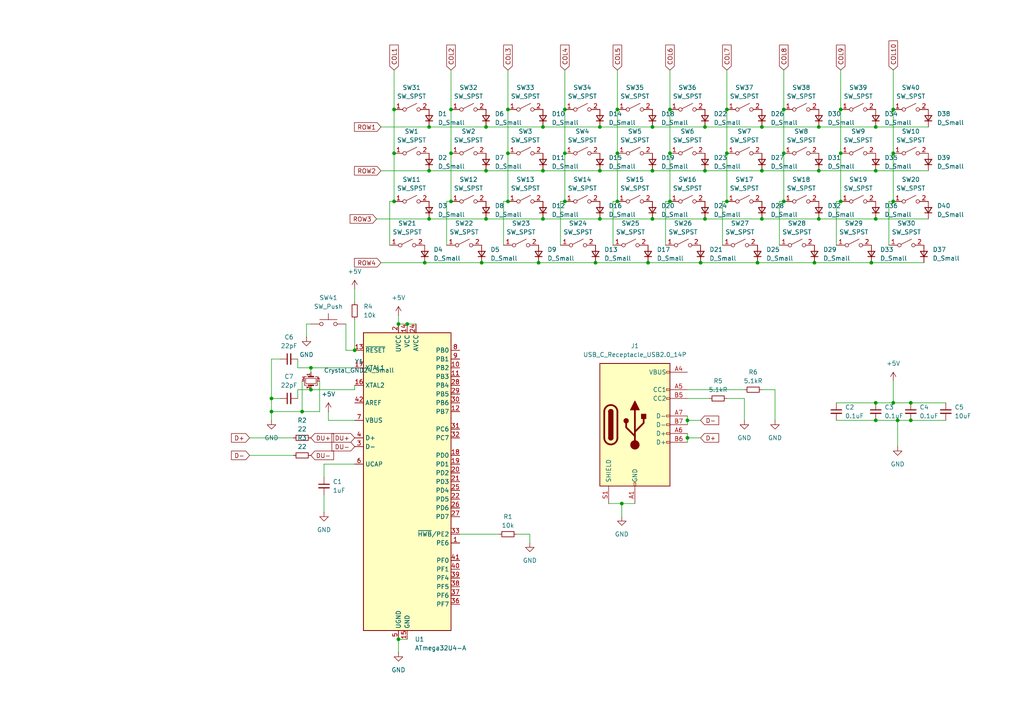
<source format=kicad_sch>
(kicad_sch (version 20231120) (generator "eeschema") (generator_version "8.0")
  (paper "A4")
  (junction (at 157.48 63.5))
  (junction (at 78.74 119.38))
  (junction (at 157.48 49.53))
  (junction (at 243.84 58.42))
  (junction (at 173.99 36.83))
  (junction (at 220.98 49.53))
  (junction (at 204.47 63.5))
  (junction (at 90.17 113.03))
  (junction (at 210.82 44.45))
  (junction (at 189.23 49.53))
  (junction (at 227.33 31.75))
  (junction (at 259.08 44.45))
  (junction (at 243.84 44.45))
  (junction (at 147.32 44.45))
  (junction (at 147.32 31.75))
  (junction (at 124.46 63.5))
  (junction (at 124.46 36.83))
  (junction (at 254 63.5))
  (junction (at 237.49 36.83))
  (junction (at 264.16 116.84))
  (junction (at 236.22 76.2))
  (junction (at 194.31 31.75))
  (junction (at 124.46 49.53))
  (junction (at 140.97 63.5))
  (junction (at 163.83 31.75))
  (junction (at 130.81 31.75))
  (junction (at 220.98 63.5))
  (junction (at 259.08 31.75))
  (junction (at 118.11 93.98))
  (junction (at 210.82 31.75))
  (junction (at 179.07 44.45))
  (junction (at 90.17 106.68))
  (junction (at 260.35 121.92))
  (junction (at 180.34 146.05))
  (junction (at 173.99 63.5))
  (junction (at 147.32 58.42))
  (junction (at 130.81 58.42))
  (junction (at 140.97 49.53))
  (junction (at 199.39 121.92))
  (junction (at 237.49 63.5))
  (junction (at 130.81 44.45))
  (junction (at 203.2 76.2))
  (junction (at 114.3 31.75))
  (junction (at 220.98 36.83))
  (junction (at 219.71 76.2))
  (junction (at 199.39 127))
  (junction (at 179.07 58.42))
  (junction (at 254 36.83))
  (junction (at 163.83 58.42))
  (junction (at 227.33 58.42))
  (junction (at 123.19 76.2))
  (junction (at 259.08 116.84))
  (junction (at 115.57 93.98))
  (junction (at 243.84 31.75))
  (junction (at 227.33 44.45))
  (junction (at 173.99 49.53))
  (junction (at 194.31 44.45))
  (junction (at 259.08 58.42))
  (junction (at 210.82 58.42))
  (junction (at 172.72 76.2))
  (junction (at 114.3 58.42))
  (junction (at 179.07 31.75))
  (junction (at 189.23 36.83))
  (junction (at 204.47 49.53))
  (junction (at 264.16 121.92))
  (junction (at 157.48 36.83))
  (junction (at 189.23 63.5))
  (junction (at 87.63 119.38))
  (junction (at 187.96 76.2))
  (junction (at 254 116.84))
  (junction (at 254 121.92))
  (junction (at 140.97 36.83))
  (junction (at 139.7 76.2))
  (junction (at 78.74 115.57))
  (junction (at 114.3 44.45))
  (junction (at 204.47 36.83))
  (junction (at 115.57 185.42))
  (junction (at 194.31 58.42))
  (junction (at 163.83 44.45))
  (junction (at 254 49.53))
  (junction (at 237.49 49.53))
  (junction (at 156.21 76.2))
  (junction (at 252.73 76.2))
  (junction (at 102.87 101.6))
  (wire (pts (xy 236.22 76.2) (xy 252.73 76.2)))
  (wire (pts (xy 227.33 44.45) (xy 227.33 58.42)))
  (wire (pts (xy 147.32 44.45) (xy 147.32 58.42)))
  (wire (pts (xy 87.63 110.49) (xy 87.63 119.38)))
  (wire (pts (xy 264.16 121.92) (xy 274.32 121.92)))
  (wire (pts (xy 173.99 63.5) (xy 189.23 63.5)))
  (wire (pts (xy 124.46 36.83) (xy 140.97 36.83)))
  (wire (pts (xy 194.31 31.75) (xy 194.31 44.45)))
  (wire (pts (xy 259.08 116.84) (xy 264.16 116.84)))
  (wire (pts (xy 110.49 49.53) (xy 124.46 49.53)))
  (wire (pts (xy 209.55 58.42) (xy 209.55 71.12)))
  (wire (pts (xy 147.32 31.75) (xy 147.32 44.45)))
  (wire (pts (xy 204.47 63.5) (xy 220.98 63.5)))
  (wire (pts (xy 87.63 119.38) (xy 78.74 119.38)))
  (wire (pts (xy 179.07 58.42) (xy 177.8 58.42)))
  (wire (pts (xy 157.48 36.83) (xy 173.99 36.83)))
  (wire (pts (xy 123.19 76.2) (xy 139.7 76.2)))
  (wire (pts (xy 237.49 49.53) (xy 254 49.53)))
  (wire (pts (xy 124.46 63.5) (xy 140.97 63.5)))
  (wire (pts (xy 102.87 92.71) (xy 102.87 101.6)))
  (wire (pts (xy 110.49 36.83) (xy 124.46 36.83)))
  (wire (pts (xy 199.39 125.73) (xy 199.39 127)))
  (wire (pts (xy 243.84 31.75) (xy 243.84 44.45)))
  (wire (pts (xy 203.2 76.2) (xy 219.71 76.2)))
  (wire (pts (xy 78.74 119.38) (xy 78.74 121.92)))
  (wire (pts (xy 163.83 44.45) (xy 163.83 58.42)))
  (wire (pts (xy 179.07 20.32) (xy 179.07 31.75)))
  (wire (pts (xy 146.05 58.42) (xy 146.05 71.12)))
  (wire (pts (xy 118.11 93.98) (xy 120.65 93.98)))
  (wire (pts (xy 220.98 49.53) (xy 237.49 49.53)))
  (wire (pts (xy 257.81 58.42) (xy 257.81 71.12)))
  (wire (pts (xy 78.74 115.57) (xy 81.28 115.57)))
  (wire (pts (xy 129.54 58.42) (xy 129.54 71.12)))
  (wire (pts (xy 237.49 63.5) (xy 254 63.5)))
  (wire (pts (xy 93.98 134.62) (xy 93.98 138.43)))
  (wire (pts (xy 86.36 106.68) (xy 90.17 106.68)))
  (wire (pts (xy 110.49 76.2) (xy 123.19 76.2)))
  (wire (pts (xy 113.03 58.42) (xy 113.03 71.12)))
  (wire (pts (xy 180.34 146.05) (xy 180.34 149.86)))
  (wire (pts (xy 199.39 113.03) (xy 215.9 113.03)))
  (wire (pts (xy 194.31 58.42) (xy 193.04 58.42)))
  (wire (pts (xy 180.34 146.05) (xy 184.15 146.05)))
  (wire (pts (xy 72.39 132.08) (xy 85.09 132.08)))
  (wire (pts (xy 139.7 76.2) (xy 156.21 76.2)))
  (wire (pts (xy 189.23 49.53) (xy 204.47 49.53)))
  (wire (pts (xy 226.06 58.42) (xy 226.06 71.12)))
  (wire (pts (xy 140.97 36.83) (xy 157.48 36.83)))
  (wire (pts (xy 220.98 113.03) (xy 224.79 113.03)))
  (wire (pts (xy 259.08 31.75) (xy 259.08 44.45)))
  (wire (pts (xy 124.46 49.53) (xy 140.97 49.53)))
  (wire (pts (xy 90.17 93.98) (xy 88.9 93.98)))
  (wire (pts (xy 78.74 104.14) (xy 78.74 115.57)))
  (wire (pts (xy 260.35 121.92) (xy 264.16 121.92)))
  (wire (pts (xy 210.82 58.42) (xy 209.55 58.42)))
  (wire (pts (xy 93.98 143.51) (xy 93.98 148.59)))
  (wire (pts (xy 194.31 44.45) (xy 194.31 58.42)))
  (wire (pts (xy 264.16 116.84) (xy 274.32 116.84)))
  (wire (pts (xy 193.04 58.42) (xy 193.04 71.12)))
  (wire (pts (xy 172.72 76.2) (xy 187.96 76.2)))
  (wire (pts (xy 177.8 58.42) (xy 177.8 71.12)))
  (wire (pts (xy 254 49.53) (xy 269.24 49.53)))
  (wire (pts (xy 78.74 115.57) (xy 78.74 119.38)))
  (wire (pts (xy 187.96 76.2) (xy 203.2 76.2)))
  (wire (pts (xy 254 63.5) (xy 269.24 63.5)))
  (wire (pts (xy 243.84 58.42) (xy 242.57 58.42)))
  (wire (pts (xy 215.9 115.57) (xy 215.9 121.92)))
  (wire (pts (xy 243.84 44.45) (xy 243.84 58.42)))
  (wire (pts (xy 163.83 31.75) (xy 163.83 44.45)))
  (wire (pts (xy 109.22 63.5) (xy 124.46 63.5)))
  (wire (pts (xy 199.39 120.65) (xy 199.39 121.92)))
  (wire (pts (xy 224.79 113.03) (xy 224.79 121.92)))
  (wire (pts (xy 199.39 115.57) (xy 205.74 115.57)))
  (wire (pts (xy 259.08 58.42) (xy 257.81 58.42)))
  (wire (pts (xy 259.08 110.49) (xy 259.08 116.84)))
  (wire (pts (xy 86.36 113.03) (xy 90.17 113.03)))
  (wire (pts (xy 102.87 134.62) (xy 93.98 134.62)))
  (wire (pts (xy 95.25 119.38) (xy 95.25 121.92)))
  (wire (pts (xy 254 121.92) (xy 260.35 121.92)))
  (wire (pts (xy 210.82 115.57) (xy 215.9 115.57)))
  (wire (pts (xy 173.99 36.83) (xy 189.23 36.83)))
  (wire (pts (xy 95.25 121.92) (xy 102.87 121.92)))
  (wire (pts (xy 243.84 20.32) (xy 243.84 31.75)))
  (wire (pts (xy 242.57 121.92) (xy 254 121.92)))
  (wire (pts (xy 162.56 58.42) (xy 162.56 71.12)))
  (wire (pts (xy 179.07 31.75) (xy 179.07 44.45)))
  (wire (pts (xy 210.82 20.32) (xy 210.82 31.75)))
  (wire (pts (xy 220.98 36.83) (xy 237.49 36.83)))
  (wire (pts (xy 199.39 121.92) (xy 199.39 123.19)))
  (wire (pts (xy 81.28 104.14) (xy 78.74 104.14)))
  (wire (pts (xy 260.35 121.92) (xy 260.35 129.54)))
  (wire (pts (xy 163.83 20.32) (xy 163.83 31.75)))
  (wire (pts (xy 114.3 20.32) (xy 114.3 31.75)))
  (wire (pts (xy 87.63 119.38) (xy 92.71 119.38)))
  (wire (pts (xy 102.87 113.03) (xy 102.87 111.76)))
  (wire (pts (xy 210.82 31.75) (xy 210.82 44.45)))
  (wire (pts (xy 189.23 63.5) (xy 204.47 63.5)))
  (wire (pts (xy 204.47 49.53) (xy 220.98 49.53)))
  (wire (pts (xy 86.36 115.57) (xy 86.36 113.03)))
  (wire (pts (xy 156.21 76.2) (xy 172.72 76.2)))
  (wire (pts (xy 115.57 185.42) (xy 115.57 189.23)))
  (wire (pts (xy 92.71 119.38) (xy 92.71 110.49)))
  (wire (pts (xy 254 36.83) (xy 269.24 36.83)))
  (wire (pts (xy 220.98 63.5) (xy 237.49 63.5)))
  (wire (pts (xy 227.33 20.32) (xy 227.33 31.75)))
  (wire (pts (xy 102.87 83.82) (xy 102.87 87.63)))
  (wire (pts (xy 153.67 154.94) (xy 153.67 157.48)))
  (wire (pts (xy 130.81 31.75) (xy 130.81 44.45)))
  (wire (pts (xy 130.81 44.45) (xy 130.81 58.42)))
  (wire (pts (xy 88.9 93.98) (xy 88.9 97.79)))
  (wire (pts (xy 140.97 63.5) (xy 157.48 63.5)))
  (wire (pts (xy 115.57 93.98) (xy 118.11 93.98)))
  (wire (pts (xy 157.48 49.53) (xy 173.99 49.53)))
  (wire (pts (xy 114.3 44.45) (xy 114.3 58.42)))
  (wire (pts (xy 194.31 20.32) (xy 194.31 31.75)))
  (wire (pts (xy 130.81 20.32) (xy 130.81 31.75)))
  (wire (pts (xy 254 116.84) (xy 259.08 116.84)))
  (wire (pts (xy 130.81 58.42) (xy 129.54 58.42)))
  (wire (pts (xy 147.32 58.42) (xy 146.05 58.42)))
  (wire (pts (xy 157.48 63.5) (xy 173.99 63.5)))
  (wire (pts (xy 163.83 58.42) (xy 162.56 58.42)))
  (wire (pts (xy 86.36 104.14) (xy 86.36 106.68)))
  (wire (pts (xy 115.57 185.42) (xy 118.11 185.42)))
  (wire (pts (xy 242.57 58.42) (xy 242.57 71.12)))
  (wire (pts (xy 149.86 154.94) (xy 153.67 154.94)))
  (wire (pts (xy 189.23 36.83) (xy 204.47 36.83)))
  (wire (pts (xy 90.17 107.95) (xy 90.17 106.68)))
  (wire (pts (xy 90.17 113.03) (xy 102.87 113.03)))
  (wire (pts (xy 176.53 146.05) (xy 180.34 146.05)))
  (wire (pts (xy 259.08 44.45) (xy 259.08 58.42)))
  (wire (pts (xy 227.33 31.75) (xy 227.33 44.45)))
  (wire (pts (xy 227.33 58.42) (xy 226.06 58.42)))
  (wire (pts (xy 173.99 49.53) (xy 189.23 49.53)))
  (wire (pts (xy 199.39 127) (xy 199.39 128.27)))
  (wire (pts (xy 133.35 154.94) (xy 144.78 154.94)))
  (wire (pts (xy 237.49 36.83) (xy 254 36.83)))
  (wire (pts (xy 179.07 44.45) (xy 179.07 58.42)))
  (wire (pts (xy 102.87 101.6) (xy 100.33 101.6)))
  (wire (pts (xy 199.39 127) (xy 203.2 127)))
  (wire (pts (xy 199.39 121.92) (xy 203.2 121.92)))
  (wire (pts (xy 115.57 91.44) (xy 115.57 93.98)))
  (wire (pts (xy 140.97 49.53) (xy 157.48 49.53)))
  (wire (pts (xy 114.3 58.42) (xy 113.03 58.42)))
  (wire (pts (xy 242.57 116.84) (xy 254 116.84)))
  (wire (pts (xy 114.3 31.75) (xy 114.3 44.45)))
  (wire (pts (xy 100.33 101.6) (xy 100.33 93.98)))
  (wire (pts (xy 90.17 106.68) (xy 102.87 106.68)))
  (wire (pts (xy 252.73 76.2) (xy 267.97 76.2)))
  (wire (pts (xy 72.39 127) (xy 85.09 127)))
  (wire (pts (xy 204.47 36.83) (xy 220.98 36.83)))
  (wire (pts (xy 210.82 44.45) (xy 210.82 58.42)))
  (wire (pts (xy 259.08 20.32) (xy 259.08 31.75)))
  (wire (pts (xy 147.32 20.32) (xy 147.32 31.75)))
  (wire (pts (xy 219.71 76.2) (xy 236.22 76.2)))
  (global_label "COL7" (shape input) (at 210.82 20.32 90) (property "Intersheetrefs" "${INTERSHEET_REFS}" (effects (hide yes))))
  (global_label "COL4" (shape input) (at 163.83 20.32 90) (property "Intersheetrefs" "${INTERSHEET_REFS}" (effects (hide yes))))
  (global_label "COL10" (shape input) (at 259.08 20.32 90) (property "Intersheetrefs" "${INTERSHEET_REFS}" (effects (hide yes))))
  (global_label "ROW1" (shape input) (at 110.49 36.83 180) (property "Intersheetrefs" "${INTERSHEET_REFS}" (effects (hide yes))))
  (global_label "ROW3" (shape input) (at 109.22 63.5 180) (property "Intersheetrefs" "${INTERSHEET_REFS}" (effects (hide yes))))
  (global_label "ROW4" (shape input) (at 110.49 76.2 180) (property "Intersheetrefs" "${INTERSHEET_REFS}" (effects (hide yes))))
  (global_label "COL5" (shape input) (at 179.07 20.32 90) (property "Intersheetrefs" "${INTERSHEET_REFS}" (effects (hide yes))))
  (global_label "DU-" (shape input) (at 102.87 129.54 180) (property "Intersheetrefs" "${INTERSHEET_REFS}" (effects (hide yes))))
  (global_label "DU+" (shape input) (at 90.17 127 0) (property "Intersheetrefs" "${INTERSHEET_REFS}" (effects (hide yes))))
  (global_label "D+" (shape input) (at 203.2 127 0) (property "Intersheetrefs" "${INTERSHEET_REFS}" (effects (hide yes))))
  (global_label "D-" (shape input) (at 72.39 132.08 180) (property "Intersheetrefs" "${INTERSHEET_REFS}" (effects (hide yes))))
  (global_label "DU-" (shape input) (at 90.17 132.08 0) (property "Intersheetrefs" "${INTERSHEET_REFS}" (effects (hide yes))))
  (global_label "D-" (shape input) (at 203.2 121.92 0) (property "Intersheetrefs" "${INTERSHEET_REFS}" (effects (hide yes))))
  (global_label "COL2" (shape input) (at 130.81 20.32 90) (property "Intersheetrefs" "${INTERSHEET_REFS}" (effects (hide yes))))
  (global_label "COL8" (shape input) (at 227.33 20.32 90) (property "Intersheetrefs" "${INTERSHEET_REFS}" (effects (hide yes))))
  (global_label "DU+" (shape input) (at 102.87 127 180) (property "Intersheetrefs" "${INTERSHEET_REFS}" (effects (hide yes))))
  (global_label "COL3" (shape input) (at 147.32 20.32 90) (property "Intersheetrefs" "${INTERSHEET_REFS}" (effects (hide yes))))
  (global_label "COL9" (shape input) (at 243.84 20.32 90) (property "Intersheetrefs" "${INTERSHEET_REFS}" (effects (hide yes))))
  (global_label "COL6" (shape input) (at 194.31 20.32 90) (property "Intersheetrefs" "${INTERSHEET_REFS}" (effects (hide yes))))
  (global_label "D+" (shape input) (at 72.39 127 180) (property "Intersheetrefs" "${INTERSHEET_REFS}" (effects (hide yes))))
  (global_label "COL1" (shape input) (at 114.3 20.32 90) (property "Intersheetrefs" "${INTERSHEET_REFS}" (effects (hide yes))))
  (global_label "ROW2" (shape input) (at 110.49 49.53 180) (property "Intersheetrefs" "${INTERSHEET_REFS}" (effects (hide yes))))
  (symbol (lib_id "Switch:SW_SPST") (at 118.11 71.12 0) (unit 1)
    (property "Reference" "SW21" (at 118.11 64.77 0))
    (property "Value" "SW_SPST" (at 118.11 67.31 0))
    (property "Footprint" "Button_Switch_Keyboard:SW_Cherry_MX_1.00u_PCB" (effects (hide yes)))
    (property "Description" "Single Pole Single Throw (SPST) switch" (effects (hide yes)))
  )
  (symbol (lib_id "Switch:SW_SPST") (at 232.41 44.45 0) (unit 1)
    (property "Reference" "SW8" (at 232.41 38.1 0))
    (property "Value" "SW_SPST" (at 232.41 40.64 0))
    (property "Footprint" "Button_Switch_Keyboard:SW_Cherry_MX_1.00u_PCB" (effects (hide yes)))
    (property "Description" "Single Pole Single Throw (SPST) switch" (effects (hide yes)))
  )
  (symbol (lib_id "Device:C_Small") (at 93.98 140.97 0) (unit 1)
    (property "Reference" "C1" (at 96.52 139.7062 0) (effects (justify left)))
    (property "Value" "1uF" (at 96.52 142.2462 0) (effects (justify left)))
    (property "Footprint" "Capacitor_SMD:C_0805_2012Metric_Pad1.18x1.45mm_HandSolder" (effects (hide yes)))
    (property "Description" "Unpolarized capacitor, small symbol" (effects (hide yes)))
  )
  (symbol (lib_id "Device:D_Small") (at 252.73 73.66 90) (unit 1)
    (property "Reference" "D33" (at 255.27 72.3899 90) (effects (justify right)))
    (property "Value" "D_Small" (at 255.27 74.9299 90) (effects (justify right)))
    (property "Footprint" "Diode_SMD:D_SOD-123" (effects (hide yes)))
    (property "Description" "Diode, small symbol" (effects (hide yes)))
    (property "Sim.Device" "D" (effects (hide yes)))
    (property "Sim.Pins" "1=K 2=A" (effects (hide yes)))
  )
  (symbol (lib_id "Switch:SW_SPST") (at 168.91 44.45 0) (unit 1)
    (property "Reference" "SW4" (at 168.91 38.1 0))
    (property "Value" "SW_SPST" (at 168.91 40.64 0))
    (property "Footprint" "Button_Switch_Keyboard:SW_Cherry_MX_1.00u_PCB" (effects (hide yes)))
    (property "Description" "Single Pole Single Throw (SPST) switch" (effects (hide yes)))
  )
  (symbol (lib_id "power:GND") (at 180.34 149.86 0) (unit 1)
    (property "Reference" "#PWR13" (effects (hide yes)))
    (property "Value" "GND" (at 180.34 154.94 0))
    (property "Description" "Power symbol creates a global label with name \"GND\" , ground" (effects (hide yes)))
  )
  (symbol (lib_id "Device:D_Small") (at 203.2 73.66 90) (unit 1)
    (property "Reference" "D21" (at 205.74 72.3899 90) (effects (justify right)))
    (property "Value" "D_Small" (at 205.74 74.9299 90) (effects (justify right)))
    (property "Footprint" "Diode_SMD:D_SOD-123" (effects (hide yes)))
    (property "Description" "Diode, small symbol" (effects (hide yes)))
    (property "Sim.Device" "D" (effects (hide yes)))
    (property "Sim.Pins" "1=K 2=A" (effects (hide yes)))
  )
  (symbol (lib_id "Device:D_Small") (at 204.47 60.96 90) (unit 1)
    (property "Reference" "D24" (at 207.01 59.6899 90) (effects (justify right)))
    (property "Value" "D_Small" (at 207.01 62.2299 90) (effects (justify right)))
    (property "Footprint" "Diode_SMD:D_SOD-123" (effects (hide yes)))
    (property "Description" "Diode, small symbol" (effects (hide yes)))
    (property "Sim.Device" "D" (effects (hide yes)))
    (property "Sim.Pins" "1=K 2=A" (effects (hide yes)))
  )
  (symbol (lib_id "Switch:SW_SPST") (at 215.9 31.75 0) (unit 1)
    (property "Reference" "SW37" (at 215.9 25.4 0))
    (property "Value" "SW_SPST" (at 215.9 27.94 0))
    (property "Footprint" "Button_Switch_Keyboard:SW_Cherry_MX_1.00u_PCB" (effects (hide yes)))
    (property "Description" "Single Pole Single Throw (SPST) switch" (effects (hide yes)))
  )
  (symbol (lib_id "Switch:SW_SPST") (at 264.16 44.45 0) (unit 1)
    (property "Reference" "SW10" (at 264.16 38.1 0))
    (property "Value" "SW_SPST" (at 264.16 40.64 0))
    (property "Footprint" "Button_Switch_Keyboard:SW_Cherry_MX_1.00u_PCB" (effects (hide yes)))
    (property "Description" "Single Pole Single Throw (SPST) switch" (effects (hide yes)))
  )
  (symbol (lib_id "Device:D_Small") (at 254 60.96 90) (unit 1)
    (property "Reference" "D36" (at 256.54 59.6899 90) (effects (justify right)))
    (property "Value" "D_Small" (at 256.54 62.2299 90) (effects (justify right)))
    (property "Footprint" "Diode_SMD:D_SOD-123" (effects (hide yes)))
    (property "Description" "Diode, small symbol" (effects (hide yes)))
    (property "Sim.Device" "D" (effects (hide yes)))
    (property "Sim.Pins" "1=K 2=A" (effects (hide yes)))
  )
  (symbol (lib_id "Connector:USB_C_Receptacle_USB2.0_14P") (at 184.15 123.19 0) (unit 1)
    (property "Reference" "J1" (at 184.15 100.33 0))
    (property "Value" "USB_C_Receptacle_USB2.0_14P" (at 184.15 102.87 0))
    (property "Footprint" "Type-C:HRO-TYPE-C-31-M-13" (effects (hide yes)))
    (property "Datasheet" "https://www.usb.org/sites/default/files/documents/usb_type-c.zip" (effects (hide yes)))
    (property "Description" "USB 2.0-only 14P Type-C Receptacle connector" (effects (hide yes)))
  )
  (symbol (lib_id "Device:D_Small") (at 123.19 73.66 90) (unit 1)
    (property "Reference" "D4" (at 125.73 72.3899 90) (effects (justify right)))
    (property "Value" "D_Small" (at 125.73 74.9299 90) (effects (justify right)))
    (property "Footprint" "Diode_SMD:D_SOD-123" (effects (hide yes)))
    (property "Description" "Diode, small symbol" (effects (hide yes)))
    (property "Sim.Device" "D" (effects (hide yes)))
    (property "Sim.Pins" "1=K 2=A" (effects (hide yes)))
  )
  (symbol (lib_id "Device:C_Small") (at 242.57 119.38 0) (unit 1)
    (property "Reference" "C2" (at 245.11 118.1162 0) (effects (justify left)))
    (property "Value" "0.1uF" (at 245.11 120.6562 0) (effects (justify left)))
    (property "Footprint" "Capacitor_SMD:C_0805_2012Metric_Pad1.18x1.45mm_HandSolder" (effects (hide yes)))
    (property "Description" "Unpolarized capacitor, small symbol" (effects (hide yes)))
  )
  (symbol (lib_id "Switch:SW_SPST") (at 119.38 31.75 0) (unit 1)
    (property "Reference" "SW31" (at 119.38 25.4 0))
    (property "Value" "SW_SPST" (at 119.38 27.94 0))
    (property "Footprint" "Button_Switch_Keyboard:SW_Cherry_MX_1.00u_PCB" (effects (hide yes)))
    (property "Description" "Single Pole Single Throw (SPST) switch" (effects (hide yes)))
  )
  (symbol (lib_id "Device:D_Small") (at 173.99 46.99 90) (unit 1)
    (property "Reference" "D15" (at 176.53 45.7199 90) (effects (justify right)))
    (property "Value" "D_Small" (at 176.53 48.2599 90) (effects (justify right)))
    (property "Footprint" "Diode_SMD:D_SOD-123" (effects (hide yes)))
    (property "Description" "Diode, small symbol" (effects (hide yes)))
    (property "Sim.Device" "D" (effects (hide yes)))
    (property "Sim.Pins" "1=K 2=A" (effects (hide yes)))
  )
  (symbol (lib_id "Device:D_Small") (at 204.47 46.99 90) (unit 1)
    (property "Reference" "D23" (at 207.01 45.7199 90) (effects (justify right)))
    (property "Value" "D_Small" (at 207.01 48.2599 90) (effects (justify right)))
    (property "Footprint" "Diode_SMD:D_SOD-123" (effects (hide yes)))
    (property "Description" "Diode, small symbol" (effects (hide yes)))
    (property "Sim.Device" "D" (effects (hide yes)))
    (property "Sim.Pins" "1=K 2=A" (effects (hide yes)))
  )
  (symbol (lib_id "Switch:SW_SPST") (at 167.64 71.12 0) (unit 1)
    (property "Reference" "SW24" (at 167.64 64.77 0))
    (property "Value" "SW_SPST" (at 167.64 67.31 0))
    (property "Footprint" "Button_Switch_Keyboard:SW_Cherry_MX_1.00u_PCB" (effects (hide yes)))
    (property "Description" "Single Pole Single Throw (SPST) switch" (effects (hide yes)))
  )
  (symbol (lib_id "Switch:SW_SPST") (at 248.92 31.75 0) (unit 1)
    (property "Reference" "SW39" (at 248.92 25.4 0))
    (property "Value" "SW_SPST" (at 248.92 27.94 0))
    (property "Footprint" "Button_Switch_Keyboard:SW_Cherry_MX_1.00u_PCB" (effects (hide yes)))
    (property "Description" "Single Pole Single Throw (SPST) switch" (effects (hide yes)))
  )
  (symbol (lib_id "Device:D_Small") (at 189.23 46.99 90) (unit 1)
    (property "Reference" "D19" (at 191.77 45.7199 90) (effects (justify right)))
    (property "Value" "D_Small" (at 191.77 48.2599 90) (effects (justify right)))
    (property "Footprint" "Diode_SMD:D_SOD-123" (effects (hide yes)))
    (property "Description" "Diode, small symbol" (effects (hide yes)))
    (property "Sim.Device" "D" (effects (hide yes)))
    (property "Sim.Pins" "1=K 2=A" (effects (hide yes)))
  )
  (symbol (lib_id "Switch:SW_SPST") (at 247.65 71.12 0) (unit 1)
    (property "Reference" "SW29" (at 247.65 64.77 0))
    (property "Value" "SW_SPST" (at 247.65 67.31 0))
    (property "Footprint" "Button_Switch_Keyboard:SW_Cherry_MX_1.00u_PCB" (effects (hide yes)))
    (property "Description" "Single Pole Single Throw (SPST) switch" (effects (hide yes)))
  )
  (symbol (lib_id "power:+5V") (at 102.87 83.82 0) (unit 1)
    (property "Reference" "#PWR10" (effects (hide yes)))
    (property "Value" "+5V" (at 102.87 78.74 0))
    (property "Description" "Power symbol creates a global label with name \"+5V\"" (effects (hide yes)))
  )
  (symbol (lib_id "Switch:SW_SPST") (at 119.38 58.42 0) (unit 1)
    (property "Reference" "SW11" (at 119.38 52.07 0))
    (property "Value" "SW_SPST" (at 119.38 54.61 0))
    (property "Footprint" "Button_Switch_Keyboard:SW_Cherry_MX_1.00u_PCB" (effects (hide yes)))
    (property "Description" "Single Pole Single Throw (SPST) switch" (effects (hide yes)))
  )
  (symbol (lib_id "Device:D_Small") (at 187.96 73.66 90) (unit 1)
    (property "Reference" "D17" (at 190.5 72.3899 90) (effects (justify right)))
    (property "Value" "D_Small" (at 190.5 74.9299 90) (effects (justify right)))
    (property "Footprint" "Diode_SMD:D_SOD-123" (effects (hide yes)))
    (property "Description" "Diode, small symbol" (effects (hide yes)))
    (property "Sim.Device" "D" (effects (hide yes)))
    (property "Sim.Pins" "1=K 2=A" (effects (hide yes)))
  )
  (symbol (lib_id "Device:D_Small") (at 267.97 73.66 90) (unit 1)
    (property "Reference" "D37" (at 270.51 72.3899 90) (effects (justify right)))
    (property "Value" "D_Small" (at 270.51 74.9299 90) (effects (justify right)))
    (property "Footprint" "Diode_SMD:D_SOD-123" (effects (hide yes)))
    (property "Description" "Diode, small symbol" (effects (hide yes)))
    (property "Sim.Device" "D" (effects (hide yes)))
    (property "Sim.Pins" "1=K 2=A" (effects (hide yes)))
  )
  (symbol (lib_id "MCU_Microchip_ATmega:ATmega32U4-A") (at 118.11 139.7 0) (unit 1)
    (property "Reference" "U1" (at 120.3041 185.42 0) (effects (justify left)))
    (property "Value" "ATmega32U4-A" (at 120.3041 187.96 0) (effects (justify left)))
    (property "Footprint" "Package_QFP:TQFP-44_10x10mm_P0.8mm" (effects (hide yes)))
    (property "Datasheet" "http://ww1.microchip.com/downloads/en/DeviceDoc/Atmel-7766-8-bit-AVR-ATmega16U4-32U4_Datasheet.pdf" (effects (hide yes)))
    (property "Description" "16MHz, 32kB Flash, 2.5kB SRAM, 1kB EEPROM, USB 2.0, TQFP-44" (effects (hide yes)))
  )
  (symbol (lib_id "Device:D_Small") (at 157.48 34.29 90) (unit 1)
    (property "Reference" "D10" (at 160.02 33.0199 90) (effects (justify right)))
    (property "Value" "D_Small" (at 160.02 35.5599 90) (effects (justify right)))
    (property "Footprint" "Diode_SMD:D_SOD-123" (effects (hide yes)))
    (property "Description" "Diode, small symbol" (effects (hide yes)))
    (property "Sim.Device" "D" (effects (hide yes)))
    (property "Sim.Pins" "1=K 2=A" (effects (hide yes)))
  )
  (symbol (lib_id "Device:R_Small") (at 208.28 115.57 90) (unit 1)
    (property "Reference" "R5" (at 208.28 110.49 90))
    (property "Value" "5.1kR" (at 208.28 113.03 90))
    (property "Footprint" "Resistor_SMD:R_0805_2012Metric_Pad1.20x1.40mm_HandSolder" (effects (hide yes)))
    (property "Description" "Resistor, small symbol" (effects (hide yes)))
  )
  (symbol (lib_id "Switch:SW_SPST") (at 151.13 71.12 0) (unit 1)
    (property "Reference" "SW23" (at 151.13 64.77 0))
    (property "Value" "SW_SPST" (at 151.13 67.31 0))
    (property "Footprint" "Button_Switch_Keyboard:SW_Cherry_MX_1.00u_PCB" (effects (hide yes)))
    (property "Description" "Single Pole Single Throw (SPST) switch" (effects (hide yes)))
  )
  (symbol (lib_id "power:GND") (at 260.35 129.54 0) (unit 1)
    (property "Reference" "#PWR5" (effects (hide yes)))
    (property "Value" "GND" (at 260.35 134.62 0))
    (property "Description" "Power symbol creates a global label with name \"GND\" , ground" (effects (hide yes)))
  )
  (symbol (lib_id "Device:D_Small") (at 173.99 60.96 90) (unit 1)
    (property "Reference" "D16" (at 176.53 59.6899 90) (effects (justify right)))
    (property "Value" "D_Small" (at 176.53 62.2299 90) (effects (justify right)))
    (property "Footprint" "Diode_SMD:D_SOD-123" (effects (hide yes)))
    (property "Description" "Diode, small symbol" (effects (hide yes)))
    (property "Sim.Device" "D" (effects (hide yes)))
    (property "Sim.Pins" "1=K 2=A" (effects (hide yes)))
  )
  (symbol (lib_id "Switch:SW_SPST") (at 199.39 44.45 0) (unit 1)
    (property "Reference" "SW6" (at 199.39 38.1 0))
    (property "Value" "SW_SPST" (at 199.39 40.64 0))
    (property "Footprint" "Button_Switch_Keyboard:SW_Cherry_MX_1.00u_PCB" (effects (hide yes)))
    (property "Description" "Single Pole Single Throw (SPST) switch" (effects (hide yes)))
  )
  (symbol (lib_id "Device:D_Small") (at 220.98 60.96 90) (unit 1)
    (property "Reference" "D28" (at 223.52 59.6899 90) (effects (justify right)))
    (property "Value" "D_Small" (at 223.52 62.2299 90) (effects (justify right)))
    (property "Footprint" "Diode_SMD:D_SOD-123" (effects (hide yes)))
    (property "Description" "Diode, small symbol" (effects (hide yes)))
    (property "Sim.Device" "D" (effects (hide yes)))
    (property "Sim.Pins" "1=K 2=A" (effects (hide yes)))
  )
  (symbol (lib_id "Device:R_Small") (at 87.63 132.08 270) (unit 1)
    (property "Reference" "R3" (at 87.63 127 90))
    (property "Value" "22" (at 87.63 129.54 90))
    (property "Footprint" "Resistor_SMD:R_0805_2012Metric_Pad1.20x1.40mm_HandSolder" (effects (hide yes)))
    (property "Description" "Resistor, small symbol" (effects (hide yes)))
  )
  (symbol (lib_id "Device:C_Small") (at 274.32 119.38 0) (unit 1)
    (property "Reference" "C5" (at 276.86 118.1162 0) (effects (justify left)))
    (property "Value" "10uF" (at 276.86 120.6562 0) (effects (justify left)))
    (property "Footprint" "Capacitor_SMD:C_0805_2012Metric_Pad1.18x1.45mm_HandSolder" (effects (hide yes)))
    (property "Description" "Unpolarized capacitor, small symbol" (effects (hide yes)))
  )
  (symbol (lib_id "Device:D_Small") (at 157.48 60.96 90) (unit 1)
    (property "Reference" "D12" (at 160.02 59.6899 90) (effects (justify right)))
    (property "Value" "D_Small" (at 160.02 62.2299 90) (effects (justify right)))
    (property "Footprint" "Diode_SMD:D_SOD-123" (effects (hide yes)))
    (property "Description" "Diode, small symbol" (effects (hide yes)))
    (property "Sim.Device" "D" (effects (hide yes)))
    (property "Sim.Pins" "1=K 2=A" (effects (hide yes)))
  )
  (symbol (lib_id "Switch:SW_SPST") (at 134.62 71.12 0) (unit 1)
    (property "Reference" "SW22" (at 134.62 64.77 0))
    (property "Value" "SW_SPST" (at 134.62 67.31 0))
    (property "Footprint" "Button_Switch_Keyboard:SW_Cherry_MX_1.00u_PCB" (effects (hide yes)))
    (property "Description" "Single Pole Single Throw (SPST) switch" (effects (hide yes)))
  )
  (symbol (lib_id "Switch:SW_SPST") (at 199.39 58.42 0) (unit 1)
    (property "Reference" "SW16" (at 199.39 52.07 0))
    (property "Value" "SW_SPST" (at 199.39 54.61 0))
    (property "Footprint" "Button_Switch_Keyboard:SW_Cherry_MX_1.00u_PCB" (effects (hide yes)))
    (property "Description" "Single Pole Single Throw (SPST) switch" (effects (hide yes)))
  )
  (symbol (lib_id "Device:D_Small") (at 189.23 34.29 90) (unit 1)
    (property "Reference" "D18" (at 191.77 33.0199 90) (effects (justify right)))
    (property "Value" "D_Small" (at 191.77 35.5599 90) (effects (justify right)))
    (property "Footprint" "Diode_SMD:D_SOD-123" (effects (hide yes)))
    (property "Description" "Diode, small symbol" (effects (hide yes)))
    (property "Sim.Device" "D" (effects (hide yes)))
    (property "Sim.Pins" "1=K 2=A" (effects (hide yes)))
  )
  (symbol (lib_id "power:+5V") (at 95.25 119.38 0) (unit 1)
    (property "Reference" "#PWR7" (effects (hide yes)))
    (property "Value" "+5V" (at 95.25 114.3 0))
    (property "Description" "Power symbol creates a global label with name \"+5V\"" (effects (hide yes)))
  )
  (symbol (lib_id "Switch:SW_SPST") (at 135.89 31.75 0) (unit 1)
    (property "Reference" "SW32" (at 135.89 25.4 0))
    (property "Value" "SW_SPST" (at 135.89 27.94 0))
    (property "Footprint" "Button_Switch_Keyboard:SW_Cherry_MX_1.00u_PCB" (effects (hide yes)))
    (property "Description" "Single Pole Single Throw (SPST) switch" (effects (hide yes)))
  )
  (symbol (lib_id "Switch:SW_SPST") (at 168.91 58.42 0) (unit 1)
    (property "Reference" "SW14" (at 168.91 52.07 0))
    (property "Value" "SW_SPST" (at 168.91 54.61 0))
    (property "Footprint" "Button_Switch_Keyboard:SW_Cherry_MX_1.00u_PCB" (effects (hide yes)))
    (property "Description" "Single Pole Single Throw (SPST) switch" (effects (hide yes)))
  )
  (symbol (lib_id "Device:D_Small") (at 140.97 60.96 90) (unit 1)
    (property "Reference" "D8" (at 143.51 59.6899 90) (effects (justify right)))
    (property "Value" "D_Small" (at 143.51 62.2299 90) (effects (justify right)))
    (property "Footprint" "Diode_SMD:D_SOD-123" (effects (hide yes)))
    (property "Description" "Diode, small symbol" (effects (hide yes)))
    (property "Sim.Device" "D" (effects (hide yes)))
    (property "Sim.Pins" "1=K 2=A" (effects (hide yes)))
  )
  (symbol (lib_id "Switch:SW_SPST") (at 152.4 58.42 0) (unit 1)
    (property "Reference" "SW13" (at 152.4 52.07 0))
    (property "Value" "SW_SPST" (at 152.4 54.61 0))
    (property "Footprint" "Button_Switch_Keyboard:SW_Cherry_MX_1.00u_PCB" (effects (hide yes)))
    (property "Description" "Single Pole Single Throw (SPST) switch" (effects (hide yes)))
  )
  (symbol (lib_id "Switch:SW_SPST") (at 232.41 58.42 0) (unit 1)
    (property "Reference" "SW18" (at 232.41 52.07 0))
    (property "Value" "SW_SPST" (at 232.41 54.61 0))
    (property "Footprint" "Button_Switch_Keyboard:SW_Cherry_MX_1.00u_PCB" (effects (hide yes)))
    (property "Description" "Single Pole Single Throw (SPST) switch" (effects (hide yes)))
  )
  (symbol (lib_id "Device:D_Small") (at 237.49 46.99 90) (unit 1)
    (property "Reference" "D31" (at 240.03 45.7199 90) (effects (justify right)))
    (property "Value" "D_Small" (at 240.03 48.2599 90) (effects (justify right)))
    (property "Footprint" "Diode_SMD:D_SOD-123" (effects (hide yes)))
    (property "Description" "Diode, small symbol" (effects (hide yes)))
    (property "Sim.Device" "D" (effects (hide yes)))
    (property "Sim.Pins" "1=K 2=A" (effects (hide yes)))
  )
  (symbol (lib_id "Device:D_Small") (at 237.49 34.29 90) (unit 1)
    (property "Reference" "D30" (at 240.03 33.0199 90) (effects (justify right)))
    (property "Value" "D_Small" (at 240.03 35.5599 90) (effects (justify right)))
    (property "Footprint" "Diode_SMD:D_SOD-123" (effects (hide yes)))
    (property "Description" "Diode, small symbol" (effects (hide yes)))
    (property "Sim.Device" "D" (effects (hide yes)))
    (property "Sim.Pins" "1=K 2=A" (effects (hide yes)))
  )
  (symbol (lib_id "Device:R_Small") (at 218.44 113.03 90) (unit 1)
    (property "Reference" "R6" (at 218.44 107.95 90))
    (property "Value" "5.1kR" (at 218.44 110.49 90))
    (property "Footprint" "Resistor_SMD:R_0805_2012Metric_Pad1.20x1.40mm_HandSolder" (effects (hide yes)))
    (property "Description" "Resistor, small symbol" (effects (hide yes)))
  )
  (symbol (lib_id "Device:D_Small") (at 220.98 34.29 90) (unit 1)
    (property "Reference" "D26" (at 223.52 33.0199 90) (effects (justify right)))
    (property "Value" "D_Small" (at 223.52 35.5599 90) (effects (justify right)))
    (property "Footprint" "Diode_SMD:D_SOD-123" (effects (hide yes)))
    (property "Description" "Diode, small symbol" (effects (hide yes)))
    (property "Sim.Device" "D" (effects (hide yes)))
    (property "Sim.Pins" "1=K 2=A" (effects (hide yes)))
  )
  (symbol (lib_id "Switch:SW_SPST") (at 232.41 31.75 0) (unit 1)
    (property "Reference" "SW38" (at 232.41 25.4 0))
    (property "Value" "SW_SPST" (at 232.41 27.94 0))
    (property "Footprint" "Button_Switch_Keyboard:SW_Cherry_MX_1.00u_PCB" (effects (hide yes)))
    (property "Description" "Single Pole Single Throw (SPST) switch" (effects (hide yes)))
  )
  (symbol (lib_id "Switch:SW_SPST") (at 248.92 58.42 0) (unit 1)
    (property "Reference" "SW19" (at 248.92 52.07 0))
    (property "Value" "SW_SPST" (at 248.92 54.61 0))
    (property "Footprint" "Button_Switch_Keyboard:SW_Cherry_MX_1.00u_PCB" (effects (hide yes)))
    (property "Description" "Single Pole Single Throw (SPST) switch" (effects (hide yes)))
  )
  (symbol (lib_id "Switch:SW_SPST") (at 135.89 44.45 0) (unit 1)
    (property "Reference" "SW2" (at 135.89 38.1 0))
    (property "Value" "SW_SPST" (at 135.89 40.64 0))
    (property "Footprint" "Button_Switch_Keyboard:SW_Cherry_MX_1.00u_PCB" (effects (hide yes)))
    (property "Description" "Single Pole Single Throw (SPST) switch" (effects (hide yes)))
  )
  (symbol (lib_id "Device:D_Small") (at 157.48 46.99 90) (unit 1)
    (property "Reference" "D11" (at 160.02 45.7199 90) (effects (justify right)))
    (property "Value" "D_Small" (at 160.02 48.2599 90) (effects (justify right)))
    (property "Footprint" "Diode_SMD:D_SOD-123" (effects (hide yes)))
    (property "Description" "Diode, small symbol" (effects (hide yes)))
    (property "Sim.Device" "D" (effects (hide yes)))
    (property "Sim.Pins" "1=K 2=A" (effects (hide yes)))
  )
  (symbol (lib_id "Switch:SW_SPST") (at 184.15 31.75 0) (unit 1)
    (property "Reference" "SW35" (at 184.15 25.4 0))
    (property "Value" "SW_SPST" (at 184.15 27.94 0))
    (property "Footprint" "Button_Switch_Keyboard:SW_Cherry_MX_1.00u_PCB" (effects (hide yes)))
    (property "Description" "Single Pole Single Throw (SPST) switch" (effects (hide yes)))
  )
  (symbol (lib_id "Device:C_Small") (at 83.82 115.57 90) (unit 1)
    (property "Reference" "C7" (at 83.8263 109.22 90))
    (property "Value" "22pF" (at 83.8263 111.76 90))
    (property "Footprint" "Capacitor_SMD:C_0805_2012Metric_Pad1.18x1.45mm_HandSolder" (effects (hide yes)))
    (property "Description" "Unpolarized capacitor, small symbol" (effects (hide yes)))
  )
  (symbol (lib_id "power:+5V") (at 115.57 91.44 0) (unit 1)
    (property "Reference" "#PWR1" (effects (hide yes)))
    (property "Value" "+5V" (at 115.57 86.36 0))
    (property "Description" "Power symbol creates a global label with name \"+5V\"" (effects (hide yes)))
  )
  (symbol (lib_id "power:+5V") (at 259.08 110.49 0) (unit 1)
    (property "Reference" "#PWR6" (effects (hide yes)))
    (property "Value" "+5V" (at 259.08 105.41 0))
    (property "Description" "Power symbol creates a global label with name \"+5V\"" (effects (hide yes)))
  )
  (symbol (lib_id "Switch:SW_SPST") (at 184.15 58.42 0) (unit 1)
    (property "Reference" "SW15" (at 184.15 52.07 0))
    (property "Value" "SW_SPST" (at 184.15 54.61 0))
    (property "Footprint" "Button_Switch_Keyboard:SW_Cherry_MX_1.00u_PCB" (effects (hide yes)))
    (property "Description" "Single Pole Single Throw (SPST) switch" (effects (hide yes)))
  )
  (symbol (lib_id "power:GND") (at 215.9 121.92 0) (unit 1)
    (property "Reference" "#PWR11" (effects (hide yes)))
    (property "Value" "GND" (at 215.9 127 0))
    (property "Description" "Power symbol creates a global label with name \"GND\" , ground" (effects (hide yes)))
  )
  (symbol (lib_id "Switch:SW_SPST") (at 182.88 71.12 0) (unit 1)
    (property "Reference" "SW25" (at 182.88 64.77 0))
    (property "Value" "SW_SPST" (at 182.88 67.31 0))
    (property "Footprint" "Button_Switch_Keyboard:SW_Cherry_MX_1.00u_PCB" (effects (hide yes)))
    (property "Description" "Single Pole Single Throw (SPST) switch" (effects (hide yes)))
  )
  (symbol (lib_id "Device:D_Small") (at 173.99 34.29 90) (unit 1)
    (property "Reference" "D14" (at 176.53 33.0199 90) (effects (justify right)))
    (property "Value" "D_Small" (at 176.53 35.5599 90) (effects (justify right)))
    (property "Footprint" "Diode_SMD:D_SOD-123" (effects (hide yes)))
    (property "Description" "Diode, small symbol" (effects (hide yes)))
    (property "Sim.Device" "D" (effects (hide yes)))
    (property "Sim.Pins" "1=K 2=A" (effects (hide yes)))
  )
  (symbol (lib_id "Switch:SW_SPST") (at 264.16 58.42 0) (unit 1)
    (property "Reference" "SW20" (at 264.16 52.07 0))
    (property "Value" "SW_SPST" (at 264.16 54.61 0))
    (property "Footprint" "Button_Switch_Keyboard:SW_Cherry_MX_1.00u_PCB" (effects (hide yes)))
    (property "Description" "Single Pole Single Throw (SPST) switch" (effects (hide yes)))
  )
  (symbol (lib_id "Device:D_Small") (at 139.7 73.66 90) (unit 1)
    (property "Reference" "D5" (at 142.24 72.3899 90) (effects (justify right)))
    (property "Value" "D_Small" (at 142.24 74.9299 90) (effects (justify right)))
    (property "Footprint" "Diode_SMD:D_SOD-123" (effects (hide yes)))
    (property "Description" "Diode, small symbol" (effects (hide yes)))
    (property "Sim.Device" "D" (effects (hide yes)))
    (property "Sim.Pins" "1=K 2=A" (effects (hide yes)))
  )
  (symbol (lib_id "Device:D_Small") (at 269.24 60.96 90) (unit 1)
    (property "Reference" "D40" (at 271.78 59.6899 90) (effects (justify right)))
    (property "Value" "D_Small" (at 271.78 62.2299 90) (effects (justify right)))
    (property "Footprint" "Diode_SMD:D_SOD-123" (effects (hide yes)))
    (property "Description" "Diode, small symbol" (effects (hide yes)))
    (property "Sim.Device" "D" (effects (hide yes)))
    (property "Sim.Pins" "1=K 2=A" (effects (hide yes)))
  )
  (symbol (lib_id "Switch:SW_SPST") (at 135.89 58.42 0) (unit 1)
    (property "Reference" "SW12" (at 135.89 52.07 0))
    (property "Value" "SW_SPST" (at 135.89 54.61 0))
    (property "Footprint" "Button_Switch_Keyboard:SW_Cherry_MX_1.00u_PCB" (effects (hide yes)))
    (property "Description" "Single Pole Single Throw (SPST) switch" (effects (hide yes)))
  )
  (symbol (lib_id "Device:D_Small") (at 140.97 34.29 90) (unit 1)
    (property "Reference" "D6" (at 143.51 33.0199 90) (effects (justify right)))
    (property "Value" "D_Small" (at 143.51 35.5599 90) (effects (justify right)))
    (property "Footprint" "Diode_SMD:D_SOD-123" (effects (hide yes)))
    (property "Description" "Diode, small symbol" (effects (hide yes)))
    (property "Sim.Device" "D" (effects (hide yes)))
    (property "Sim.Pins" "1=K 2=A" (effects (hide yes)))
  )
  (symbol (lib_id "Switch:SW_Push") (at 95.25 93.98 0) (unit 1)
    (property "Reference" "SW41" (at 95.25 86.36 0))
    (property "Value" "SW_Push" (at 95.25 88.9 0))
    (property "Footprint" "Capacitor_SMD:C_0805_2012Metric_Pad1.18x1.45mm_HandSolder" (effects (hide yes)))
    (property "Description" "Push button switch, generic, two pins" (effects (hide yes)))
  )
  (symbol (lib_id "Switch:SW_SPST") (at 264.16 31.75 0) (unit 1)
    (property "Reference" "SW40" (at 264.16 25.4 0))
    (property "Value" "SW_SPST" (at 264.16 27.94 0))
    (property "Footprint" "Button_Switch_Keyboard:SW_Cherry_MX_1.00u_PCB" (effects (hide yes)))
    (property "Description" "Single Pole Single Throw (SPST) switch" (effects (hide yes)))
  )
  (symbol (lib_id "Device:D_Small") (at 204.47 34.29 90) (unit 1)
    (property "Reference" "D22" (at 207.01 33.0199 90) (effects (justify right)))
    (property "Value" "D_Small" (at 207.01 35.5599 90) (effects (justify right)))
    (property "Footprint" "Diode_SMD:D_SOD-123" (effects (hide yes)))
    (property "Description" "Diode, small symbol" (effects (hide yes)))
    (property "Sim.Device" "D" (effects (hide yes)))
    (property "Sim.Pins" "1=K 2=A" (effects (hide yes)))
  )
  (symbol (lib_id "Device:C_Small") (at 264.16 119.38 0) (unit 1)
    (property "Reference" "C4" (at 266.7 118.1162 0) (effects (justify left)))
    (property "Value" "0.1uF" (at 266.7 120.6562 0) (effects (justify left)))
    (property "Footprint" "Capacitor_SMD:C_0805_2012Metric_Pad1.18x1.45mm_HandSolder" (effects (hide yes)))
    (property "Description" "Unpolarized capacitor, small symbol" (effects (hide yes)))
  )
  (symbol (lib_id "Device:C_Small") (at 254 119.38 0) (unit 1)
    (property "Reference" "C3" (at 256.54 118.1162 0) (effects (justify left)))
    (property "Value" "0.1uF" (at 256.54 120.6562 0) (effects (justify left)))
    (property "Footprint" "Capacitor_SMD:C_0805_2012Metric_Pad1.18x1.45mm_HandSolder" (effects (hide yes)))
    (property "Description" "Unpolarized capacitor, small symbol" (effects (hide yes)))
  )
  (symbol (lib_id "power:GND") (at 78.74 121.92 0) (unit 1)
    (property "Reference" "#PWR8" (effects (hide yes)))
    (property "Value" "GND" (at 78.74 127 0))
    (property "Description" "Power symbol creates a global label with name \"GND\" , ground" (effects (hide yes)))
  )
  (symbol (lib_id "Switch:SW_SPST") (at 215.9 44.45 0) (unit 1)
    (property "Reference" "SW7" (at 215.9 38.1 0))
    (property "Value" "SW_SPST" (at 215.9 40.64 0))
    (property "Footprint" "Button_Switch_Keyboard:SW_Cherry_MX_1.00u_PCB" (effects (hide yes)))
    (property "Description" "Single Pole Single Throw (SPST) switch" (effects (hide yes)))
  )
  (symbol (lib_id "Device:D_Small") (at 124.46 46.99 90) (unit 1)
    (property "Reference" "D2" (at 127 45.7199 90) (effects (justify right)))
    (property "Value" "D_Small" (at 127 48.2599 90) (effects (justify right)))
    (property "Footprint" "Diode_SMD:D_SOD-123" (effects (hide yes)))
    (property "Description" "Diode, small symbol" (effects (hide yes)))
    (property "Sim.Device" "D" (effects (hide yes)))
    (property "Sim.Pins" "1=K 2=A" (effects (hide yes)))
  )
  (symbol (lib_id "Device:D_Small") (at 140.97 46.99 90) (unit 1)
    (property "Reference" "D7" (at 143.51 45.7199 90) (effects (justify right)))
    (property "Value" "D_Small" (at 143.51 48.2599 90) (effects (justify right)))
    (property "Footprint" "Diode_SMD:D_SOD-123" (effects (hide yes)))
    (property "Description" "Diode, small symbol" (effects (hide yes)))
    (property "Sim.Device" "D" (effects (hide yes)))
    (property "Sim.Pins" "1=K 2=A" (effects (hide yes)))
  )
  (symbol (lib_id "Device:R_Small") (at 147.32 154.94 90) (unit 1)
    (property "Reference" "R1" (at 147.32 149.86 90))
    (property "Value" "10k" (at 147.32 152.4 90))
    (property "Footprint" "Resistor_SMD:R_0805_2012Metric_Pad1.20x1.40mm_HandSolder" (effects (hide yes)))
    (property "Description" "Resistor, small symbol" (effects (hide yes)))
  )
  (symbol (lib_id "Device:D_Small") (at 124.46 34.29 90) (unit 1)
    (property "Reference" "D1" (at 127 33.0199 90) (effects (justify right)))
    (property "Value" "D_Small" (at 127 35.5599 90) (effects (justify right)))
    (property "Footprint" "Diode_SMD:D_SOD-123" (effects (hide yes)))
    (property "Description" "Diode, small symbol" (effects (hide yes)))
    (property "Sim.Device" "D" (effects (hide yes)))
    (property "Sim.Pins" "1=K 2=A" (effects (hide yes)))
  )
  (symbol (lib_id "Switch:SW_SPST") (at 214.63 71.12 0) (unit 1)
    (property "Reference" "SW27" (at 214.63 64.77 0))
    (property "Value" "SW_SPST" (at 214.63 67.31 0))
    (property "Footprint" "Button_Switch_Keyboard:SW_Cherry_MX_1.00u_PCB" (effects (hide yes)))
    (property "Description" "Single Pole Single Throw (SPST) switch" (effects (hide yes)))
  )
  (symbol (lib_id "Switch:SW_SPST") (at 152.4 31.75 0) (unit 1)
    (property "Reference" "SW33" (at 152.4 25.4 0))
    (property "Value" "SW_SPST" (at 152.4 27.94 0))
    (property "Footprint" "Button_Switch_Keyboard:SW_Cherry_MX_1.00u_PCB" (effects (hide yes)))
    (property "Description" "Single Pole Single Throw (SPST) switch" (effects (hide yes)))
  )
  (symbol (lib_id "Switch:SW_SPST") (at 184.15 44.45 0) (unit 1)
    (property "Reference" "SW5" (at 184.15 38.1 0))
    (property "Value" "SW_SPST" (at 184.15 40.64 0))
    (property "Footprint" "Button_Switch_Keyboard:SW_Cherry_MX_1.00u_PCB" (effects (hide yes)))
    (property "Description" "Single Pole Single Throw (SPST) switch" (effects (hide yes)))
  )
  (symbol (lib_id "Device:Crystal_GND24_Small") (at 90.17 110.49 270) (unit 1)
    (property "Reference" "Y1" (at 104.14 104.8698 90))
    (property "Value" "Crystal_GND24_Small" (at 104.14 107.4098 90))
    (property "Footprint" "Crystal:Crystal_SMD_3225-4Pin_3.2x2.5mm_HandSoldering" (effects (hide yes)))
    (property "Description" "Four pin crystal, GND on pins 2 and 4, small symbol" (effects (hide yes)))
  )
  (symbol (lib_id "Device:D_Small") (at 254 34.29 90) (unit 1)
    (property "Reference" "D34" (at 256.54 33.0199 90) (effects (justify right)))
    (property "Value" "D_Small" (at 256.54 35.5599 90) (effects (justify right)))
    (property "Footprint" "Diode_SMD:D_SOD-123" (effects (hide yes)))
    (property "Description" "Diode, small symbol" (effects (hide yes)))
    (property "Sim.Device" "D" (effects (hide yes)))
    (property "Sim.Pins" "1=K 2=A" (effects (hide yes)))
  )
  (symbol (lib_id "Switch:SW_SPST") (at 231.14 71.12 0) (unit 1)
    (property "Reference" "SW28" (at 231.14 64.77 0))
    (property "Value" "SW_SPST" (at 231.14 67.31 0))
    (property "Footprint" "Button_Switch_Keyboard:SW_Cherry_MX_1.00u_PCB" (effects (hide yes)))
    (property "Description" "Single Pole Single Throw (SPST) switch" (effects (hide yes)))
  )
  (symbol (lib_id "Switch:SW_SPST") (at 199.39 31.75 0) (unit 1)
    (property "Reference" "SW36" (at 199.39 25.4 0))
    (property "Value" "SW_SPST" (at 199.39 27.94 0))
    (property "Footprint" "Button_Switch_Keyboard:SW_Cherry_MX_1.00u_PCB" (effects (hide yes)))
    (property "Description" "Single Pole Single Throw (SPST) switch" (effects (hide yes)))
  )
  (symbol (lib_id "Device:R_Small") (at 87.63 127 90) (unit 1)
    (property "Reference" "R2" (at 87.63 121.92 90))
    (property "Value" "22" (at 87.63 124.46 90))
    (property "Footprint" "Resistor_SMD:R_0805_2012Metric_Pad1.20x1.40mm_HandSolder" (effects (hide yes)))
    (property "Description" "Resistor, small symbol" (effects (hide yes)))
  )
  (symbol (lib_id "Device:D_Small") (at 219.71 73.66 90) (unit 1)
    (property "Reference" "D25" (at 222.25 72.3899 90) (effects (justify right)))
    (property "Value" "D_Small" (at 222.25 74.9299 90) (effects (justify right)))
    (property "Footprint" "Diode_SMD:D_SOD-123" (effects (hide yes)))
    (property "Description" "Diode, small symbol" (effects (hide yes)))
    (property "Sim.Device" "D" (effects (hide yes)))
    (property "Sim.Pins" "1=K 2=A" (effects (hide yes)))
  )
  (symbol (lib_id "Switch:SW_SPST") (at 119.38 44.45 0) (unit 1)
    (property "Reference" "SW1" (at 119.38 38.1 0))
    (property "Value" "SW_SPST" (at 119.38 40.64 0))
    (property "Footprint" "Button_Switch_Keyboard:SW_Cherry_MX_1.00u_PCB" (effects (hide yes)))
    (property "Description" "Single Pole Single Throw (SPST) switch" (effects (hide yes)))
  )
  (symbol (lib_id "Device:C_Small") (at 83.82 104.14 90) (unit 1)
    (property "Reference" "C6" (at 83.8263 97.79 90))
    (property "Value" "22pF" (at 83.8263 100.33 90))
    (property "Footprint" "Capacitor_SMD:C_0805_2012Metric_Pad1.18x1.45mm_HandSolder" (effects (hide yes)))
    (property "Description" "Unpolarized capacitor, small symbol" (effects (hide yes)))
  )
  (symbol (lib_id "power:GND") (at 115.57 189.23 0) (unit 1)
    (property "Reference" "#PWR2" (effects (hide yes)))
    (property "Value" "GND" (at 115.57 194.31 0))
    (property "Description" "Power symbol creates a global label with name \"GND\" , ground" (effects (hide yes)))
  )
  (symbol (lib_id "Device:D_Small") (at 236.22 73.66 90) (unit 1)
    (property "Reference" "D29" (at 238.76 72.3899 90) (effects (justify right)))
    (property "Value" "D_Small" (at 238.76 74.9299 90) (effects (justify right)))
    (property "Footprint" "Diode_SMD:D_SOD-123" (effects (hide yes)))
    (property "Description" "Diode, small symbol" (effects (hide yes)))
    (property "Sim.Device" "D" (effects (hide yes)))
    (property "Sim.Pins" "1=K 2=A" (effects (hide yes)))
  )
  (symbol (lib_id "power:GND") (at 93.98 148.59 0) (unit 1)
    (property "Reference" "#PWR4" (effects (hide yes)))
    (property "Value" "GND" (at 93.98 153.67 0))
    (property "Description" "Power symbol creates a global label with name \"GND\" , ground" (effects (hide yes)))
  )
  (symbol (lib_id "Device:D_Small") (at 189.23 60.96 90) (unit 1)
    (property "Reference" "D20" (at 191.77 59.6899 90) (effects (justify right)))
    (property "Value" "D_Small" (at 191.77 62.2299 90) (effects (justify right)))
    (property "Footprint" "Diode_SMD:D_SOD-123" (effects (hide yes)))
    (property "Description" "Diode, small symbol" (effects (hide yes)))
    (property "Sim.Device" "D" (effects (hide yes)))
    (property "Sim.Pins" "1=K 2=A" (effects (hide yes)))
  )
  (symbol (lib_id "Switch:SW_SPST") (at 152.4 44.45 0) (unit 1)
    (property "Reference" "SW3" (at 152.4 38.1 0))
    (property "Value" "SW_SPST" (at 152.4 40.64 0))
    (property "Footprint" "Button_Switch_Keyboard:SW_Cherry_MX_1.00u_PCB" (effects (hide yes)))
    (property "Description" "Single Pole Single Throw (SPST) switch" (effects (hide yes)))
  )
  (symbol (lib_id "Device:D_Small") (at 254 46.99 90) (unit 1)
    (property "Reference" "D35" (at 256.54 45.7199 90) (effects (justify right)))
    (property "Value" "D_Small" (at 256.54 48.2599 90) (effects (justify right)))
    (property "Footprint" "Diode_SMD:D_SOD-123" (effects (hide yes)))
    (property "Description" "Diode, small symbol" (effects (hide yes)))
    (property "Sim.Device" "D" (effects (hide yes)))
    (property "Sim.Pins" "1=K 2=A" (effects (hide yes)))
  )
  (symbol (lib_id "Device:R_Small") (at 102.87 90.17 0) (unit 1)
    (property "Reference" "R4" (at 105.41 88.8999 0) (effects (justify left)))
    (property "Value" "10k" (at 105.41 91.4399 0) (effects (justify left)))
    (property "Footprint" "Resistor_SMD:R_0805_2012Metric_Pad1.20x1.40mm_HandSolder" (effects (hide yes)))
    (property "Description" "Resistor, small symbol" (effects (hide yes)))
  )
  (symbol (lib_id "Device:D_Small") (at 269.24 46.99 90) (unit 1)
    (property "Reference" "D39" (at 271.78 45.7199 90) (effects (justify right)))
    (property "Value" "D_Small" (at 271.78 48.2599 90) (effects (justify right)))
    (property "Footprint" "Diode_SMD:D_SOD-123" (effects (hide yes)))
    (property "Description" "Diode, small symbol" (effects (hide yes)))
    (property "Sim.Device" "D" (effects (hide yes)))
    (property "Sim.Pins" "1=K 2=A" (effects (hide yes)))
  )
  (symbol (lib_id "power:GND") (at 153.67 157.48 0) (unit 1)
    (property "Reference" "#PWR3" (effects (hide yes)))
    (property "Value" "GND" (at 153.67 162.56 0))
    (property "Description" "Power symbol creates a global label with name \"GND\" , ground" (effects (hide yes)))
  )
  (symbol (lib_id "Device:D_Small") (at 124.46 60.96 90) (unit 1)
    (property "Reference" "D3" (at 127 59.6899 90) (effects (justify right)))
    (property "Value" "D_Small" (at 127 62.2299 90) (effects (justify right)))
    (property "Footprint" "Diode_SMD:D_SOD-123" (effects (hide yes)))
    (property "Description" "Diode, small symbol" (effects (hide yes)))
    (property "Sim.Device" "D" (effects (hide yes)))
    (property "Sim.Pins" "1=K 2=A" (effects (hide yes)))
  )
  (symbol (lib_id "Device:D_Small") (at 156.21 73.66 90) (unit 1)
    (property "Reference" "D9" (at 158.75 72.3899 90) (effects (justify right)))
    (property "Value" "D_Small" (at 158.75 74.9299 90) (effects (justify right)))
    (property "Footprint" "Diode_SMD:D_SOD-123" (effects (hide yes)))
    (property "Description" "Diode, small symbol" (effects (hide yes)))
    (property "Sim.Device" "D" (effects (hide yes)))
    (property "Sim.Pins" "1=K 2=A" (effects (hide yes)))
  )
  (symbol (lib_id "Switch:SW_SPST") (at 198.12 71.12 0) (unit 1)
    (property "Reference" "SW26" (at 198.12 64.77 0))
    (property "Value" "SW_SPST" (at 198.12 67.31 0))
    (property "Footprint" "Button_Switch_Keyboard:SW_Cherry_MX_1.00u_PCB" (effects (hide yes)))
    (property "Description" "Single Pole Single Throw (SPST) switch" (effects (hide yes)))
  )
  (symbol (lib_id "power:GND") (at 88.9 97.79 0) (unit 1)
    (property "Reference" "#PWR9" (effects (hide yes)))
    (property "Value" "GND" (at 88.9 102.87 0))
    (property "Description" "Power symbol creates a global label with name \"GND\" , ground" (effects (hide yes)))
  )
  (symbol (lib_id "Device:D_Small") (at 237.49 60.96 90) (unit 1)
    (property "Reference" "D32" (at 240.03 59.6899 90) (effects (justify right)))
    (property "Value" "D_Small" (at 240.03 62.2299 90) (effects (justify right)))
    (property "Footprint" "Diode_SMD:D_SOD-123" (effects (hide yes)))
    (property "Description" "Diode, small symbol" (effects (hide yes)))
    (property "Sim.Device" "D" (effects (hide yes)))
    (property "Sim.Pins" "1=K 2=A" (effects (hide yes)))
  )
  (symbol (lib_id "Switch:SW_SPST") (at 248.92 44.45 0) (unit 1)
    (property "Reference" "SW9" (at 248.92 38.1 0))
    (property "Value" "SW_SPST" (at 248.92 40.64 0))
    (property "Footprint" "Button_Switch_Keyboard:SW_Cherry_MX_1.00u_PCB" (effects (hide yes)))
    (property "Description" "Single Pole Single Throw (SPST) switch" (effects (hide yes)))
  )
  (symbol (lib_id "power:GND") (at 224.79 121.92 0) (unit 1)
    (property "Reference" "#PWR12" (effects (hide yes)))
    (property "Value" "GND" (at 224.79 127 0))
    (property "Description" "Power symbol creates a global label with name \"GND\" , ground" (effects (hide yes)))
  )
  (symbol (lib_id "Device:D_Small") (at 172.72 73.66 90) (unit 1)
    (property "Reference" "D13" (at 175.26 72.3899 90) (effects (justify right)))
    (property "Value" "D_Small" (at 175.26 74.9299 90) (effects (justify right)))
    (property "Footprint" "Diode_SMD:D_SOD-123" (effects (hide yes)))
    (property "Description" "Diode, small symbol" (effects (hide yes)))
    (property "Sim.Device" "D" (effects (hide yes)))
    (property "Sim.Pins" "1=K 2=A" (effects (hide yes)))
  )
  (symbol (lib_id "Device:D_Small") (at 220.98 46.99 90) (unit 1)
    (property "Reference" "D27" (at 223.52 45.7199 90) (effects (justify right)))
    (property "Value" "D_Small" (at 223.52 48.2599 90) (effects (justify right)))
    (property "Footprint" "Diode_SMD:D_SOD-123" (effects (hide yes)))
    (property "Description" "Diode, small symbol" (effects (hide yes)))
    (property "Sim.Device" "D" (effects (hide yes)))
    (property "Sim.Pins" "1=K 2=A" (effects (hide yes)))
  )
  (symbol (lib_id "Device:D_Small") (at 269.24 34.29 90) (unit 1)
    (property "Reference" "D38" (at 271.78 33.0199 90) (effects (justify right)))
    (property "Value" "D_Small" (at 271.78 35.5599 90) (effects (justify right)))
    (property "Footprint" "Diode_SMD:D_SOD-123" (effects (hide yes)))
    (property "Description" "Diode, small symbol" (effects (hide yes)))
    (property "Sim.Device" "D" (effects (hide yes)))
    (property "Sim.Pins" "1=K 2=A" (effects (hide yes)))
  )
  (symbol (lib_id "Switch:SW_SPST") (at 262.89 71.12 0) (unit 1)
    (property "Reference" "SW30" (at 262.89 64.77 0))
    (property "Value" "SW_SPST" (at 262.89 67.31 0))
    (property "Footprint" "Button_Switch_Keyboard:SW_Cherry_MX_1.00u_PCB" (effects (hide yes)))
    (property "Description" "Single Pole Single Throw (SPST) switch" (effects (hide yes)))
  )
  (symbol (lib_id "Switch:SW_SPST") (at 168.91 31.75 0) (unit 1)
    (property "Reference" "SW34" (at 168.91 25.4 0))
    (property "Value" "SW_SPST" (at 168.91 27.94 0))
    (property "Footprint" "Button_Switch_Keyboard:SW_Cherry_MX_1.00u_PCB" (effects (hide yes)))
    (property "Description" "Single Pole Single Throw (SPST) switch" (effects (hide yes)))
  )
  (symbol (lib_id "Switch:SW_SPST") (at 215.9 58.42 0) (unit 1)
    (property "Reference" "SW17" (at 215.9 52.07 0))
    (property "Value" "SW_SPST" (at 215.9 54.61 0))
    (property "Footprint" "Button_Switch_Keyboard:SW_Cherry_MX_1.00u_PCB" (effects (hide yes)))
    (property "Description" "Single Pole Single Throw (SPST) switch" (effects (hide yes)))
  )
)
</source>
